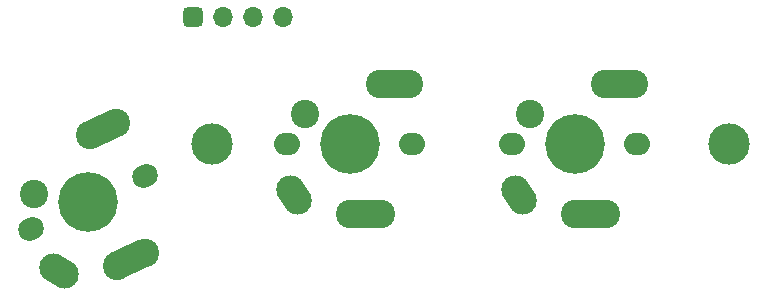
<source format=gts>
G04 #@! TF.GenerationSoftware,KiCad,Pcbnew,7.0.5*
G04 #@! TF.CreationDate,2023-07-24T08:45:56+08:00*
G04 #@! TF.ProjectId,RT,52542e6b-6963-4616-945f-706362585858,rev?*
G04 #@! TF.SameCoordinates,Original*
G04 #@! TF.FileFunction,Soldermask,Top*
G04 #@! TF.FilePolarity,Negative*
%FSLAX46Y46*%
G04 Gerber Fmt 4.6, Leading zero omitted, Abs format (unit mm)*
G04 Created by KiCad (PCBNEW 7.0.5) date 2023-07-24 08:45:56*
%MOMM*%
%LPD*%
G01*
G04 APERTURE LIST*
G04 Aperture macros list*
%AMRoundRect*
0 Rectangle with rounded corners*
0 $1 Rounding radius*
0 $2 $3 $4 $5 $6 $7 $8 $9 X,Y pos of 4 corners*
0 Add a 4 corners polygon primitive as box body*
4,1,4,$2,$3,$4,$5,$6,$7,$8,$9,$2,$3,0*
0 Add four circle primitives for the rounded corners*
1,1,$1+$1,$2,$3*
1,1,$1+$1,$4,$5*
1,1,$1+$1,$6,$7*
1,1,$1+$1,$8,$9*
0 Add four rect primitives between the rounded corners*
20,1,$1+$1,$2,$3,$4,$5,0*
20,1,$1+$1,$4,$5,$6,$7,0*
20,1,$1+$1,$6,$7,$8,$9,0*
20,1,$1+$1,$8,$9,$2,$3,0*%
%AMHorizOval*
0 Thick line with rounded ends*
0 $1 width*
0 $2 $3 position (X,Y) of the first rounded end (center of the circle)*
0 $4 $5 position (X,Y) of the second rounded end (center of the circle)*
0 Add line between two ends*
20,1,$1,$2,$3,$4,$5,0*
0 Add two circle primitives to create the rounded ends*
1,1,$1,$2,$3*
1,1,$1,$4,$5*%
%AMOutline4P*
0 Free polygon, 4 corners , with rotation*
0 The origin of the aperture is its center*
0 number of corners: always 4*
0 $1 to $8 corner X, Y*
0 $9 Rotation angle, in degrees counterclockwise*
0 create outline with 4 corners*
4,1,4,$1,$2,$3,$4,$5,$6,$7,$8,$1,$2,$9*%
G04 Aperture macros list end*
%ADD10HorizOval,1.900000X0.135946X0.063393X-0.135946X-0.063393X0*%
%ADD11C,5.050000*%
%ADD12HorizOval,2.400000X-0.469952X0.285736X0.469952X-0.285736X0*%
%ADD13C,2.400000*%
%ADD14Outline4P,-1.300000X-1.200000X1.300000X-1.200000X1.300000X1.200000X-1.300000X1.200000X25.000000*%
%ADD15Outline4P,-1.200000X-1.200000X1.200000X-1.200000X1.200000X1.200000X-1.200000X1.200000X25.000000*%
%ADD16RoundRect,0.425000X0.425000X-0.425000X0.425000X0.425000X-0.425000X0.425000X-0.425000X-0.425000X0*%
%ADD17O,1.700000X1.700000*%
%ADD18C,3.500000*%
%ADD19O,2.200000X1.900000*%
%ADD20HorizOval,2.400000X-0.305164X0.457575X0.305164X-0.457575X0*%
%ADD21Outline4P,-1.300000X-1.200000X1.300000X-1.200000X1.300000X1.200000X-1.300000X1.200000X0.000000*%
%ADD22Outline4P,-1.200000X-1.200000X1.200000X-1.200000X1.200000X1.200000X-1.200000X1.200000X0.000000*%
G04 APERTURE END LIST*
D10*
X115053521Y-108607769D03*
D11*
X119856952Y-106367892D03*
D10*
X124660383Y-104128015D03*
D12*
X117393433Y-112206006D03*
D13*
X115330469Y-105676046D03*
X122350400Y-111715108D03*
D14*
X123528600Y-111165704D03*
D13*
X120003621Y-100672272D03*
X124706800Y-110616300D03*
D15*
X121118379Y-100152451D03*
D13*
X122233138Y-99632631D03*
D16*
X128740000Y-90650000D03*
D17*
X131280000Y-90650000D03*
X133820000Y-90650000D03*
X136360000Y-90650000D03*
D18*
X174115000Y-101450000D03*
X130410000Y-101450000D03*
D19*
X136740000Y-101450000D03*
D11*
X142040000Y-101450000D03*
D19*
X147340000Y-101450000D03*
D20*
X137340000Y-105700000D03*
D13*
X138230000Y-98910000D03*
X142040000Y-107350000D03*
D21*
X143340000Y-107350000D03*
D13*
X144580000Y-96350000D03*
X144640000Y-107350000D03*
D22*
X145810000Y-96350000D03*
D13*
X147040000Y-96350000D03*
D19*
X155790000Y-101450000D03*
D11*
X161090000Y-101450000D03*
D19*
X166390000Y-101450000D03*
D20*
X156390000Y-105700000D03*
D13*
X157280000Y-98910000D03*
X161090000Y-107350000D03*
D21*
X162390000Y-107350000D03*
D13*
X163630000Y-96350000D03*
X163690000Y-107350000D03*
D22*
X164860000Y-96350000D03*
D13*
X166090000Y-96350000D03*
M02*

</source>
